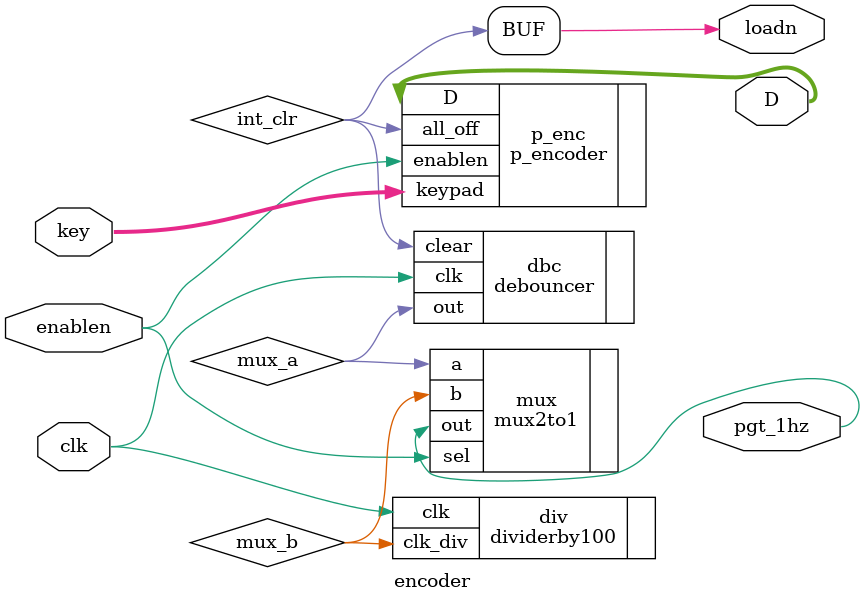
<source format=v>
`include "Sistemas - MicroOndas/Controle do Timer/debouncer.v"
`include "Sistemas - MicroOndas/Controle do Timer/dividerby100.v"
`include "Sistemas - MicroOndas/Controle do Timer/p_encoder.v"
`include "Sistemas - MicroOndas/Controle do Timer/multiplexador.v"
module encoder (
    input wire [9:0] key,
    input wire clk,
    input wire enablen,
    output wire [3:0] D,
    output wire pgt_1hz,
    output wire loadn
);

    wire int_clr, mux_a, mux_b;

    p_encoder p_enc (.keypad(key), .enablen(enablen), .D(D), .all_off(int_clr));
    debouncer dbc (.clk(clk), .clear(int_clr), .out(mux_a));
    dividerby100 div (.clk(clk), .clk_div(mux_b));
    mux2to1 mux (.a(mux_a), .b(mux_b), .sel(enablen), .out(pgt_1hz));

    assign loadn = int_clr;

endmodule
</source>
